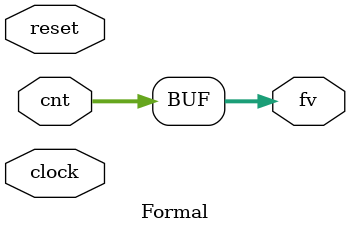
<source format=v>
module Formal (
      input clock,
      input reset,
      input [3:0] cnt,
      output [3:0] fv
    );
    assign fv = cnt;
    `ifdef FORMAL
      initial assume(reset==1'b1);
      initial assume(cnt==4'b0);

      always @(posedge clock) begin
        assert(cnt <= 10);
      end
    `endif
endmodule

</source>
